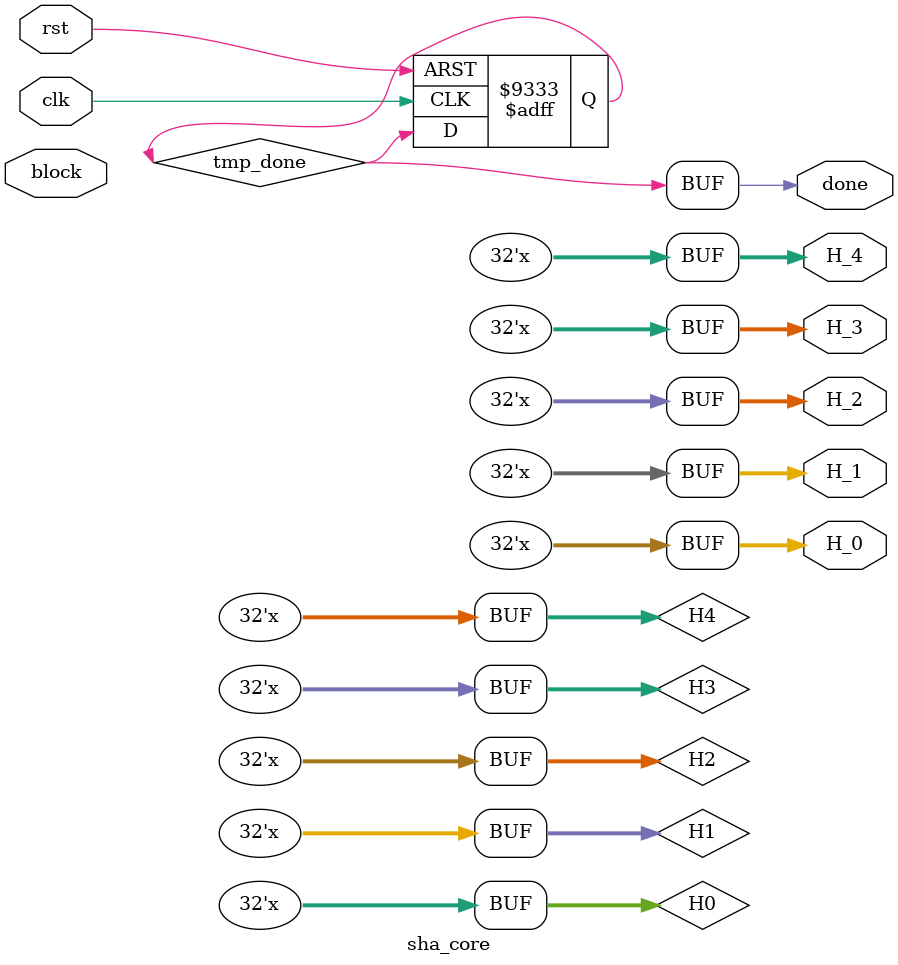
<source format=v>
`timescale 1ns / 1ps


module sha_core(
input clk,rst,
input [511:0] block,
output [31:0] H_0,H_1,H_2,H_3,H_4,
output done
    );

reg [2:0] state; 
reg [2:0] next_state;  

reg tmp_done;


reg [31 : 0] w_mem [79 : 0];
reg [31:0] w_mem00_new;
reg [31:0] w_mem01_new;
reg [31:0] w_mem02_new;
reg [31:0] w_mem03_new;
reg [31:0] w_mem04_new;
reg [31:0] w_mem05_new;
reg [31:0] w_mem06_new;
reg [31:0] w_mem07_new;
reg [31:0] w_mem08_new;
reg [31:0] w_mem09_new;
reg [31:0] w_mem10_new;
reg [31:0] w_mem11_new;
reg [31:0]  w_mem12_new; 
reg [31:0]  w_mem13_new;
reg [31:0] w_mem14_new; 
reg [31:0] w_mem15_new; 
    
    //Intial H0 H1 H2 H3 H4
  parameter H0_0 = 32'h67452301;
  parameter H0_1 = 32'hefcdab89;
  parameter H0_2 = 32'h98badcfe;
  parameter H0_3 = 32'h10325476;
  parameter H0_4 = 32'hc3d2e1f0;
  
  //Active registers 
  reg [31 : 0] a, tmp_a;
  reg [31 : 0] b, tmp_b;
  reg [31 : 0] c;
  reg [31 : 0] d;
  reg [31 : 0] e;
  
//H
  reg [31 : 0] H0;
  reg [31 : 0] H1;
  reg [31 : 0] H2;
  reg [31 : 0] H3;
  reg [31 : 0] H4;
  
//F and T 
  reg [31:0] F;
  reg [31:0] T;
  reg [31:0] K;  
  
  reg [31 : 0] w_reg [3:0]; 
  

 ///////////////////////////////////////////////////////////////////////

    always @ (posedge clk or posedge rst) 
    begin: States
   
    integer i; 
    if(rst) begin  
    tmp_done <=1; 
    state <= 0; 
          
          for (i = 0 ; i < 16 ; i = i + 1)begin
            w_mem[i] <= 32'h0; end
            
            //Initialize H0 - H4
                    H0 <= H0_0;
                    H1 <= H0_1; 
                    H2 <= H0_2;
                    H3 <= H0_3; 
                    H4 <= H0_4; 

    end
    
    else 
    state<=next_state; 
    
    end 
    //////////////////////////////////////////////////////////
    always@(state or block )
    begin 
    
    case(state) 
    3'b000: begin //Set W 0-15
        if(done)begin 
          w_mem[15] = block[511 : 480];
          w_mem[14] = block[479 : 448];
          w_mem[13] = block[447 : 416];
          w_mem[12] = block[415 : 384];
          w_mem[11] = block[383 : 352];
          w_mem[10] = block[351 : 320];
          w_mem[9] = block[319 : 288];
          w_mem[8] = block[287 : 256];
          w_mem[7] = block[255 : 224];
          w_mem[6] = block[223 : 192];
          w_mem[5] = block[191 : 160];
          w_mem[4] = block[159 : 128];
          w_mem[3] = block[127 : 96];
          w_mem[2] = block[95 : 64];
          w_mem[1] = block[63 : 32];
          w_mem[0] = block[31 : 0];
           
         next_state = 1; 
          end
             
              
         end
        
    3'b001:    //Set W 16-79               
        begin: W_schedule
        integer i,j; 
        for (i = 16 ; i < 80 ; i = i + 1)begin
         #1   j = i -3; 
          w_reg[0] = w_mem[j];
           #1 j =i - 8; 
          w_reg[1] = w_mem[j];
         #1 j =i - 14; 
          w_reg[2] = w_mem[j];
          #1 j =i - 16; 
           w_reg[3] = w_mem[j]; 
           
           w_mem[i] = {w_reg[0] ^ w_reg[1]^w_reg[2]^w_reg[3]}<<1;     
            end    
            
            a = H0;
            b= H1; 
            c = H2; 
            d = H3; 
            e = H4; 
            
            next_state = 2;  
            end  
    3'b010:  begin: Workingvariables_0_t_19
        integer i,j; 
        for (i = 0 ; i < 20 ; i = i + 1)begin
         
            T = tmp_a +F + e + K +  w_mem[i];
            e = d; 
            d = c; 
            c = tmp_b; 
            b = a; 
            a = T; 
            
            
            end 
            next_state = 3; 
            end
            
      3'b011:  begin: Workingvariables_20_t_39
        integer i,j; 
        for (i = 20 ; i < 39 ; i = i + 1)begin
            
            T = tmp_a +F + e + K +  w_mem[i];
            e = d; 
            d = c; 
            c = tmp_b; 
            b = a; 
            a = T;
            end 
            next_state = 4; 
            end
      
      3'b100:  begin: Workingvariables_40_t_59
        integer i,j; 
        for (i = 20 ; i < 39 ; i = i + 1)begin
            
            T = tmp_a +F + e + K +  w_mem[i];
            e = d; 
            d = c; 
            c = tmp_b; 
            b = a; 
            a = T;
  
            end 
            next_state = 5; 
            end
   
     3'b101:  begin: Workingvariables_60_t_79
        integer i,j; 
        for (i = 60 ; i < 79 ; i = i + 1)begin
            
            T = tmp_a +F + e + K +  w_mem[i];
            e = d; 
            d = c; 
            c = tmp_b; 
            b = a; 
            a = T;
  
            end
             
            next_state = 6; 
            end
      
      3'b110:  begin
      
             H0 = a + H0; 
             H1 = b + H1; 
             H2 = c + H2; 
             H3 = d + H3; 
             H4 = e + H4; 
               
           
                next_state = 7;   
                    end
      
      3'b111:  begin
       // Ends here 
                    end
    
    endcase
    end
    
 ///////////////////////////////////////////////////////////////////////
 /*always @( next_state) 
 begin 
 if(next_state == 7) 
 tmp_done = 1; 
 else
 tmp_done =0; 
 end
 */
 ///////////////////////////////////////////////////////////////////////

  always@(next_state)
    begin
    if (next_state == 2) begin
    K = 32'h5a827999 ;
    F =( (b & c) ^ (b & d) );
    tmp_a = (a<<5);
    tmp_b = (b<<30); 
    end
    
    if (next_state ==3)begin 
    K = 32'h6ed9eba1;
    F =( b ^ c ^ d );
    tmp_a = (a<<5);
    tmp_b = (b<<30); 
    end 
      if (next_state ==4)begin 
    K = 32'h8f1bbcdc ;
    F =( (b & c) ^ (b & d) ^ (c & d) );
    tmp_a = (a<<5);
    tmp_b = (b<<30); 
    end  
    
      if (next_state ==5)begin 
    K = 32'hca62c1d6;
    F =( b ^ c ^ d );
    tmp_a = (a<<5);
    tmp_b = (b<<30); 
    end 
   
   
    end
  ///////////////////////////////////////////////////////////////////////
  
  
   assign H_0 = a + H0; 
   assign H_1 = b + H1; 
   assign H_2 = c + H2; 
   assign H_3 = d + H3; 
   assign H_4 = e + H4; 
   assign done =tmp_done; 
   
endmodule

</source>
